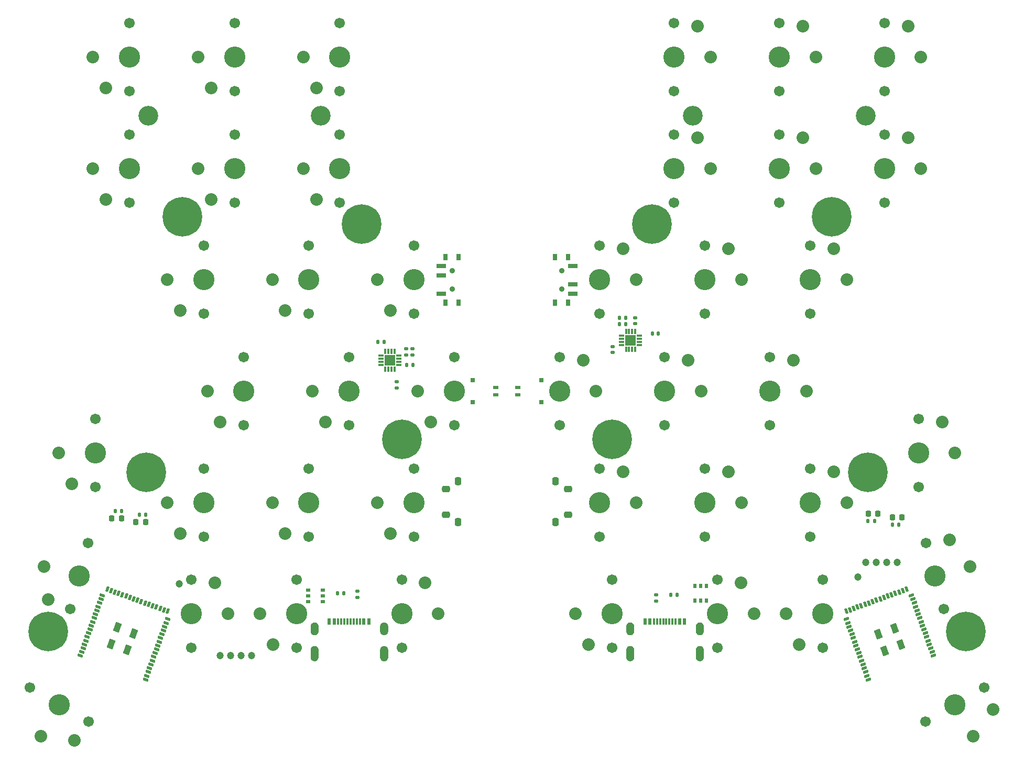
<source format=gts>
G04 #@! TF.GenerationSoftware,KiCad,Pcbnew,(6.0.4-0)*
G04 #@! TF.CreationDate,2023-01-29T19:06:18-06:00*
G04 #@! TF.ProjectId,main,6d61696e-2e6b-4696-9361-645f70636258,0.2*
G04 #@! TF.SameCoordinates,Original*
G04 #@! TF.FileFunction,Soldermask,Top*
G04 #@! TF.FilePolarity,Negative*
%FSLAX46Y46*%
G04 Gerber Fmt 4.6, Leading zero omitted, Abs format (unit mm)*
G04 Created by KiCad (PCBNEW (6.0.4-0)) date 2023-01-29 19:06:18*
%MOMM*%
%LPD*%
G01*
G04 APERTURE LIST*
G04 Aperture macros list*
%AMRoundRect*
0 Rectangle with rounded corners*
0 $1 Rounding radius*
0 $2 $3 $4 $5 $6 $7 $8 $9 X,Y pos of 4 corners*
0 Add a 4 corners polygon primitive as box body*
4,1,4,$2,$3,$4,$5,$6,$7,$8,$9,$2,$3,0*
0 Add four circle primitives for the rounded corners*
1,1,$1+$1,$2,$3*
1,1,$1+$1,$4,$5*
1,1,$1+$1,$6,$7*
1,1,$1+$1,$8,$9*
0 Add four rect primitives between the rounded corners*
20,1,$1+$1,$2,$3,$4,$5,0*
20,1,$1+$1,$4,$5,$6,$7,0*
20,1,$1+$1,$6,$7,$8,$9,0*
20,1,$1+$1,$8,$9,$2,$3,0*%
%AMRotRect*
0 Rectangle, with rotation*
0 The origin of the aperture is its center*
0 $1 length*
0 $2 width*
0 $3 Rotation angle, in degrees counterclockwise*
0 Add horizontal line*
21,1,$1,$2,0,0,$3*%
G04 Aperture macros list end*
%ADD10C,0.010000*%
%ADD11C,1.200000*%
%ADD12RoundRect,0.135000X-0.185000X0.135000X-0.185000X-0.135000X0.185000X-0.135000X0.185000X0.135000X0*%
%ADD13RoundRect,0.135000X0.135000X0.185000X-0.135000X0.185000X-0.135000X-0.185000X0.135000X-0.185000X0*%
%ADD14RoundRect,0.007800X-0.422200X-0.122200X0.422200X-0.122200X0.422200X0.122200X-0.422200X0.122200X0*%
%ADD15RoundRect,0.007800X0.122200X-0.422200X0.122200X0.422200X-0.122200X0.422200X-0.122200X-0.422200X0*%
%ADD16R,1.680000X1.680000*%
%ADD17C,0.900000*%
%ADD18R,1.500000X0.700000*%
%ADD19R,0.800000X1.000000*%
%ADD20R,0.600000X1.100000*%
%ADD21R,0.300000X1.100000*%
%ADD22RoundRect,0.218750X0.218750X0.256250X-0.218750X0.256250X-0.218750X-0.256250X0.218750X-0.256250X0*%
%ADD23RoundRect,0.140000X-0.170000X0.140000X-0.170000X-0.140000X0.170000X-0.140000X0.170000X0.140000X0*%
%ADD24R,0.800000X0.550000*%
%ADD25RoundRect,0.135000X-0.135000X-0.185000X0.135000X-0.185000X0.135000X0.185000X-0.135000X0.185000X0*%
%ADD26RoundRect,0.140000X0.140000X0.170000X-0.140000X0.170000X-0.140000X-0.170000X0.140000X-0.170000X0*%
%ADD27RoundRect,0.218750X-0.218750X-0.256250X0.218750X-0.256250X0.218750X0.256250X-0.218750X0.256250X0*%
%ADD28C,3.200000*%
%ADD29RoundRect,0.250000X-0.400000X0.250000X-0.400000X-0.250000X0.400000X-0.250000X0.400000X0.250000X0*%
%ADD30RoundRect,0.250000X-0.250000X0.400000X-0.250000X-0.400000X0.250000X-0.400000X0.250000X0.400000X0*%
%ADD31R,0.850000X0.600000*%
%ADD32R,0.800000X0.700000*%
%ADD33RoundRect,0.140000X0.170000X-0.140000X0.170000X0.140000X-0.170000X0.140000X-0.170000X-0.140000X0*%
%ADD34RoundRect,0.007800X-0.122200X0.422200X-0.122200X-0.422200X0.122200X-0.422200X0.122200X0.422200X0*%
%ADD35RoundRect,0.250000X0.400000X-0.250000X0.400000X0.250000X-0.400000X0.250000X-0.400000X-0.250000X0*%
%ADD36RoundRect,0.250000X0.250000X-0.400000X0.250000X0.400000X-0.250000X0.400000X-0.250000X-0.400000X0*%
%ADD37RoundRect,0.135000X0.185000X-0.135000X0.185000X0.135000X-0.185000X0.135000X-0.185000X-0.135000X0*%
%ADD38R,0.550000X0.800000*%
%ADD39C,6.400000*%
%ADD40C,0.800000*%
%ADD41RotRect,1.000000X1.500000X200.000000*%
%ADD42RoundRect,0.112500X0.278669X0.221147X-0.355624X-0.009716X-0.278669X-0.221147X0.355624X0.009716X0*%
%ADD43RoundRect,0.112500X-0.221147X0.278669X0.009716X-0.355624X0.221147X-0.278669X-0.009716X0.355624X0*%
%ADD44RoundRect,0.112500X0.355624X-0.009716X-0.278669X0.221147X-0.355624X0.009716X0.278669X-0.221147X0*%
%ADD45RoundRect,0.112500X0.009716X0.355624X-0.221147X-0.278669X-0.009716X-0.355624X0.221147X0.278669X0*%
%ADD46RotRect,1.000000X1.500000X160.000000*%
%ADD47C,1.701800*%
%ADD48C,3.429000*%
%ADD49C,2.032000*%
G04 APERTURE END LIST*
G36*
X189605500Y-141065500D02*
G01*
X189667500Y-141075500D01*
X189727500Y-141091500D01*
X189786500Y-141114500D01*
X189842500Y-141142500D01*
X189895500Y-141177500D01*
X189943500Y-141216500D01*
X189988500Y-141261500D01*
X190027500Y-141309500D01*
X190062500Y-141362500D01*
X190090500Y-141418500D01*
X190113500Y-141477500D01*
X190129500Y-141537500D01*
X190139500Y-141599500D01*
X190142500Y-141662500D01*
X190142500Y-142462500D01*
X190139500Y-142525500D01*
X190129500Y-142587500D01*
X190113500Y-142647500D01*
X190090500Y-142706500D01*
X190062500Y-142762500D01*
X190027500Y-142815500D01*
X189988500Y-142863500D01*
X189943500Y-142908500D01*
X189895500Y-142947500D01*
X189842500Y-142982500D01*
X189786500Y-143010500D01*
X189727500Y-143033500D01*
X189667500Y-143049500D01*
X189605500Y-143059500D01*
X189542500Y-143062500D01*
X189479500Y-143059500D01*
X189417500Y-143049500D01*
X189357500Y-143033500D01*
X189298500Y-143010500D01*
X189242500Y-142982500D01*
X189189500Y-142947500D01*
X189141500Y-142908500D01*
X189096500Y-142863500D01*
X189057500Y-142815500D01*
X189022500Y-142762500D01*
X188994500Y-142706500D01*
X188971500Y-142647500D01*
X188955500Y-142587500D01*
X188945500Y-142525500D01*
X188942500Y-142462500D01*
X188942500Y-141662500D01*
X188945500Y-141599500D01*
X188955500Y-141537500D01*
X188971500Y-141477500D01*
X188994500Y-141418500D01*
X189022500Y-141362500D01*
X189057500Y-141309500D01*
X189096500Y-141261500D01*
X189141500Y-141216500D01*
X189189500Y-141177500D01*
X189242500Y-141142500D01*
X189298500Y-141114500D01*
X189357500Y-141091500D01*
X189417500Y-141075500D01*
X189479500Y-141065500D01*
X189542500Y-141062500D01*
X189605500Y-141065500D01*
G37*
D10*
X189605500Y-141065500D02*
X189667500Y-141075500D01*
X189727500Y-141091500D01*
X189786500Y-141114500D01*
X189842500Y-141142500D01*
X189895500Y-141177500D01*
X189943500Y-141216500D01*
X189988500Y-141261500D01*
X190027500Y-141309500D01*
X190062500Y-141362500D01*
X190090500Y-141418500D01*
X190113500Y-141477500D01*
X190129500Y-141537500D01*
X190139500Y-141599500D01*
X190142500Y-141662500D01*
X190142500Y-142462500D01*
X190139500Y-142525500D01*
X190129500Y-142587500D01*
X190113500Y-142647500D01*
X190090500Y-142706500D01*
X190062500Y-142762500D01*
X190027500Y-142815500D01*
X189988500Y-142863500D01*
X189943500Y-142908500D01*
X189895500Y-142947500D01*
X189842500Y-142982500D01*
X189786500Y-143010500D01*
X189727500Y-143033500D01*
X189667500Y-143049500D01*
X189605500Y-143059500D01*
X189542500Y-143062500D01*
X189479500Y-143059500D01*
X189417500Y-143049500D01*
X189357500Y-143033500D01*
X189298500Y-143010500D01*
X189242500Y-142982500D01*
X189189500Y-142947500D01*
X189141500Y-142908500D01*
X189096500Y-142863500D01*
X189057500Y-142815500D01*
X189022500Y-142762500D01*
X188994500Y-142706500D01*
X188971500Y-142647500D01*
X188955500Y-142587500D01*
X188945500Y-142525500D01*
X188942500Y-142462500D01*
X188942500Y-141662500D01*
X188945500Y-141599500D01*
X188955500Y-141537500D01*
X188971500Y-141477500D01*
X188994500Y-141418500D01*
X189022500Y-141362500D01*
X189057500Y-141309500D01*
X189096500Y-141261500D01*
X189141500Y-141216500D01*
X189189500Y-141177500D01*
X189242500Y-141142500D01*
X189298500Y-141114500D01*
X189357500Y-141091500D01*
X189417500Y-141075500D01*
X189479500Y-141065500D01*
X189542500Y-141062500D01*
X189605500Y-141065500D01*
G36*
X200845500Y-144865500D02*
G01*
X200907500Y-144875500D01*
X200967500Y-144891500D01*
X201026500Y-144914500D01*
X201082500Y-144942500D01*
X201135500Y-144977500D01*
X201183500Y-145016500D01*
X201228500Y-145061500D01*
X201267500Y-145109500D01*
X201302500Y-145162500D01*
X201330500Y-145218500D01*
X201353500Y-145277500D01*
X201369500Y-145337500D01*
X201379500Y-145399500D01*
X201382500Y-145462500D01*
X201382500Y-146662500D01*
X201379500Y-146725500D01*
X201369500Y-146787500D01*
X201353500Y-146847500D01*
X201330500Y-146906500D01*
X201302500Y-146962500D01*
X201267500Y-147015500D01*
X201228500Y-147063500D01*
X201183500Y-147108500D01*
X201135500Y-147147500D01*
X201082500Y-147182500D01*
X201026500Y-147210500D01*
X200967500Y-147233500D01*
X200907500Y-147249500D01*
X200845500Y-147259500D01*
X200782500Y-147262500D01*
X200719500Y-147259500D01*
X200657500Y-147249500D01*
X200597500Y-147233500D01*
X200538500Y-147210500D01*
X200482500Y-147182500D01*
X200429500Y-147147500D01*
X200381500Y-147108500D01*
X200336500Y-147063500D01*
X200297500Y-147015500D01*
X200262500Y-146962500D01*
X200234500Y-146906500D01*
X200211500Y-146847500D01*
X200195500Y-146787500D01*
X200185500Y-146725500D01*
X200182500Y-146662500D01*
X200182500Y-145462500D01*
X200185500Y-145399500D01*
X200195500Y-145337500D01*
X200211500Y-145277500D01*
X200234500Y-145218500D01*
X200262500Y-145162500D01*
X200297500Y-145109500D01*
X200336500Y-145061500D01*
X200381500Y-145016500D01*
X200429500Y-144977500D01*
X200482500Y-144942500D01*
X200538500Y-144914500D01*
X200597500Y-144891500D01*
X200657500Y-144875500D01*
X200719500Y-144865500D01*
X200782500Y-144862500D01*
X200845500Y-144865500D01*
G37*
X200845500Y-144865500D02*
X200907500Y-144875500D01*
X200967500Y-144891500D01*
X201026500Y-144914500D01*
X201082500Y-144942500D01*
X201135500Y-144977500D01*
X201183500Y-145016500D01*
X201228500Y-145061500D01*
X201267500Y-145109500D01*
X201302500Y-145162500D01*
X201330500Y-145218500D01*
X201353500Y-145277500D01*
X201369500Y-145337500D01*
X201379500Y-145399500D01*
X201382500Y-145462500D01*
X201382500Y-146662500D01*
X201379500Y-146725500D01*
X201369500Y-146787500D01*
X201353500Y-146847500D01*
X201330500Y-146906500D01*
X201302500Y-146962500D01*
X201267500Y-147015500D01*
X201228500Y-147063500D01*
X201183500Y-147108500D01*
X201135500Y-147147500D01*
X201082500Y-147182500D01*
X201026500Y-147210500D01*
X200967500Y-147233500D01*
X200907500Y-147249500D01*
X200845500Y-147259500D01*
X200782500Y-147262500D01*
X200719500Y-147259500D01*
X200657500Y-147249500D01*
X200597500Y-147233500D01*
X200538500Y-147210500D01*
X200482500Y-147182500D01*
X200429500Y-147147500D01*
X200381500Y-147108500D01*
X200336500Y-147063500D01*
X200297500Y-147015500D01*
X200262500Y-146962500D01*
X200234500Y-146906500D01*
X200211500Y-146847500D01*
X200195500Y-146787500D01*
X200185500Y-146725500D01*
X200182500Y-146662500D01*
X200182500Y-145462500D01*
X200185500Y-145399500D01*
X200195500Y-145337500D01*
X200211500Y-145277500D01*
X200234500Y-145218500D01*
X200262500Y-145162500D01*
X200297500Y-145109500D01*
X200336500Y-145061500D01*
X200381500Y-145016500D01*
X200429500Y-144977500D01*
X200482500Y-144942500D01*
X200538500Y-144914500D01*
X200597500Y-144891500D01*
X200657500Y-144875500D01*
X200719500Y-144865500D01*
X200782500Y-144862500D01*
X200845500Y-144865500D01*
G36*
X189605500Y-144865500D02*
G01*
X189667500Y-144875500D01*
X189727500Y-144891500D01*
X189786500Y-144914500D01*
X189842500Y-144942500D01*
X189895500Y-144977500D01*
X189943500Y-145016500D01*
X189988500Y-145061500D01*
X190027500Y-145109500D01*
X190062500Y-145162500D01*
X190090500Y-145218500D01*
X190113500Y-145277500D01*
X190129500Y-145337500D01*
X190139500Y-145399500D01*
X190142500Y-145462500D01*
X190142500Y-146662500D01*
X190139500Y-146725500D01*
X190129500Y-146787500D01*
X190113500Y-146847500D01*
X190090500Y-146906500D01*
X190062500Y-146962500D01*
X190027500Y-147015500D01*
X189988500Y-147063500D01*
X189943500Y-147108500D01*
X189895500Y-147147500D01*
X189842500Y-147182500D01*
X189786500Y-147210500D01*
X189727500Y-147233500D01*
X189667500Y-147249500D01*
X189605500Y-147259500D01*
X189542500Y-147262500D01*
X189479500Y-147259500D01*
X189417500Y-147249500D01*
X189357500Y-147233500D01*
X189298500Y-147210500D01*
X189242500Y-147182500D01*
X189189500Y-147147500D01*
X189141500Y-147108500D01*
X189096500Y-147063500D01*
X189057500Y-147015500D01*
X189022500Y-146962500D01*
X188994500Y-146906500D01*
X188971500Y-146847500D01*
X188955500Y-146787500D01*
X188945500Y-146725500D01*
X188942500Y-146662500D01*
X188942500Y-145462500D01*
X188945500Y-145399500D01*
X188955500Y-145337500D01*
X188971500Y-145277500D01*
X188994500Y-145218500D01*
X189022500Y-145162500D01*
X189057500Y-145109500D01*
X189096500Y-145061500D01*
X189141500Y-145016500D01*
X189189500Y-144977500D01*
X189242500Y-144942500D01*
X189298500Y-144914500D01*
X189357500Y-144891500D01*
X189417500Y-144875500D01*
X189479500Y-144865500D01*
X189542500Y-144862500D01*
X189605500Y-144865500D01*
G37*
X189605500Y-144865500D02*
X189667500Y-144875500D01*
X189727500Y-144891500D01*
X189786500Y-144914500D01*
X189842500Y-144942500D01*
X189895500Y-144977500D01*
X189943500Y-145016500D01*
X189988500Y-145061500D01*
X190027500Y-145109500D01*
X190062500Y-145162500D01*
X190090500Y-145218500D01*
X190113500Y-145277500D01*
X190129500Y-145337500D01*
X190139500Y-145399500D01*
X190142500Y-145462500D01*
X190142500Y-146662500D01*
X190139500Y-146725500D01*
X190129500Y-146787500D01*
X190113500Y-146847500D01*
X190090500Y-146906500D01*
X190062500Y-146962500D01*
X190027500Y-147015500D01*
X189988500Y-147063500D01*
X189943500Y-147108500D01*
X189895500Y-147147500D01*
X189842500Y-147182500D01*
X189786500Y-147210500D01*
X189727500Y-147233500D01*
X189667500Y-147249500D01*
X189605500Y-147259500D01*
X189542500Y-147262500D01*
X189479500Y-147259500D01*
X189417500Y-147249500D01*
X189357500Y-147233500D01*
X189298500Y-147210500D01*
X189242500Y-147182500D01*
X189189500Y-147147500D01*
X189141500Y-147108500D01*
X189096500Y-147063500D01*
X189057500Y-147015500D01*
X189022500Y-146962500D01*
X188994500Y-146906500D01*
X188971500Y-146847500D01*
X188955500Y-146787500D01*
X188945500Y-146725500D01*
X188942500Y-146662500D01*
X188942500Y-145462500D01*
X188945500Y-145399500D01*
X188955500Y-145337500D01*
X188971500Y-145277500D01*
X188994500Y-145218500D01*
X189022500Y-145162500D01*
X189057500Y-145109500D01*
X189096500Y-145061500D01*
X189141500Y-145016500D01*
X189189500Y-144977500D01*
X189242500Y-144942500D01*
X189298500Y-144914500D01*
X189357500Y-144891500D01*
X189417500Y-144875500D01*
X189479500Y-144865500D01*
X189542500Y-144862500D01*
X189605500Y-144865500D01*
G36*
X200845500Y-141065500D02*
G01*
X200907500Y-141075500D01*
X200967500Y-141091500D01*
X201026500Y-141114500D01*
X201082500Y-141142500D01*
X201135500Y-141177500D01*
X201183500Y-141216500D01*
X201228500Y-141261500D01*
X201267500Y-141309500D01*
X201302500Y-141362500D01*
X201330500Y-141418500D01*
X201353500Y-141477500D01*
X201369500Y-141537500D01*
X201379500Y-141599500D01*
X201382500Y-141662500D01*
X201382500Y-142462500D01*
X201379500Y-142525500D01*
X201369500Y-142587500D01*
X201353500Y-142647500D01*
X201330500Y-142706500D01*
X201302500Y-142762500D01*
X201267500Y-142815500D01*
X201228500Y-142863500D01*
X201183500Y-142908500D01*
X201135500Y-142947500D01*
X201082500Y-142982500D01*
X201026500Y-143010500D01*
X200967500Y-143033500D01*
X200907500Y-143049500D01*
X200845500Y-143059500D01*
X200782500Y-143062500D01*
X200719500Y-143059500D01*
X200657500Y-143049500D01*
X200597500Y-143033500D01*
X200538500Y-143010500D01*
X200482500Y-142982500D01*
X200429500Y-142947500D01*
X200381500Y-142908500D01*
X200336500Y-142863500D01*
X200297500Y-142815500D01*
X200262500Y-142762500D01*
X200234500Y-142706500D01*
X200211500Y-142647500D01*
X200195500Y-142587500D01*
X200185500Y-142525500D01*
X200182500Y-142462500D01*
X200182500Y-141662500D01*
X200185500Y-141599500D01*
X200195500Y-141537500D01*
X200211500Y-141477500D01*
X200234500Y-141418500D01*
X200262500Y-141362500D01*
X200297500Y-141309500D01*
X200336500Y-141261500D01*
X200381500Y-141216500D01*
X200429500Y-141177500D01*
X200482500Y-141142500D01*
X200538500Y-141114500D01*
X200597500Y-141091500D01*
X200657500Y-141075500D01*
X200719500Y-141065500D01*
X200782500Y-141062500D01*
X200845500Y-141065500D01*
G37*
X200845500Y-141065500D02*
X200907500Y-141075500D01*
X200967500Y-141091500D01*
X201026500Y-141114500D01*
X201082500Y-141142500D01*
X201135500Y-141177500D01*
X201183500Y-141216500D01*
X201228500Y-141261500D01*
X201267500Y-141309500D01*
X201302500Y-141362500D01*
X201330500Y-141418500D01*
X201353500Y-141477500D01*
X201369500Y-141537500D01*
X201379500Y-141599500D01*
X201382500Y-141662500D01*
X201382500Y-142462500D01*
X201379500Y-142525500D01*
X201369500Y-142587500D01*
X201353500Y-142647500D01*
X201330500Y-142706500D01*
X201302500Y-142762500D01*
X201267500Y-142815500D01*
X201228500Y-142863500D01*
X201183500Y-142908500D01*
X201135500Y-142947500D01*
X201082500Y-142982500D01*
X201026500Y-143010500D01*
X200967500Y-143033500D01*
X200907500Y-143049500D01*
X200845500Y-143059500D01*
X200782500Y-143062500D01*
X200719500Y-143059500D01*
X200657500Y-143049500D01*
X200597500Y-143033500D01*
X200538500Y-143010500D01*
X200482500Y-142982500D01*
X200429500Y-142947500D01*
X200381500Y-142908500D01*
X200336500Y-142863500D01*
X200297500Y-142815500D01*
X200262500Y-142762500D01*
X200234500Y-142706500D01*
X200211500Y-142647500D01*
X200195500Y-142587500D01*
X200185500Y-142525500D01*
X200182500Y-142462500D01*
X200182500Y-141662500D01*
X200185500Y-141599500D01*
X200195500Y-141537500D01*
X200211500Y-141477500D01*
X200234500Y-141418500D01*
X200262500Y-141362500D01*
X200297500Y-141309500D01*
X200336500Y-141261500D01*
X200381500Y-141216500D01*
X200429500Y-141177500D01*
X200482500Y-141142500D01*
X200538500Y-141114500D01*
X200597500Y-141091500D01*
X200657500Y-141075500D01*
X200719500Y-141065500D01*
X200782500Y-141062500D01*
X200845500Y-141065500D01*
G36*
X149845500Y-144865500D02*
G01*
X149907500Y-144875500D01*
X149967500Y-144891500D01*
X150026500Y-144914500D01*
X150082500Y-144942500D01*
X150135500Y-144977500D01*
X150183500Y-145016500D01*
X150228500Y-145061500D01*
X150267500Y-145109500D01*
X150302500Y-145162500D01*
X150330500Y-145218500D01*
X150353500Y-145277500D01*
X150369500Y-145337500D01*
X150379500Y-145399500D01*
X150382500Y-145462500D01*
X150382500Y-146662500D01*
X150379500Y-146725500D01*
X150369500Y-146787500D01*
X150353500Y-146847500D01*
X150330500Y-146906500D01*
X150302500Y-146962500D01*
X150267500Y-147015500D01*
X150228500Y-147063500D01*
X150183500Y-147108500D01*
X150135500Y-147147500D01*
X150082500Y-147182500D01*
X150026500Y-147210500D01*
X149967500Y-147233500D01*
X149907500Y-147249500D01*
X149845500Y-147259500D01*
X149782500Y-147262500D01*
X149719500Y-147259500D01*
X149657500Y-147249500D01*
X149597500Y-147233500D01*
X149538500Y-147210500D01*
X149482500Y-147182500D01*
X149429500Y-147147500D01*
X149381500Y-147108500D01*
X149336500Y-147063500D01*
X149297500Y-147015500D01*
X149262500Y-146962500D01*
X149234500Y-146906500D01*
X149211500Y-146847500D01*
X149195500Y-146787500D01*
X149185500Y-146725500D01*
X149182500Y-146662500D01*
X149182500Y-145462500D01*
X149185500Y-145399500D01*
X149195500Y-145337500D01*
X149211500Y-145277500D01*
X149234500Y-145218500D01*
X149262500Y-145162500D01*
X149297500Y-145109500D01*
X149336500Y-145061500D01*
X149381500Y-145016500D01*
X149429500Y-144977500D01*
X149482500Y-144942500D01*
X149538500Y-144914500D01*
X149597500Y-144891500D01*
X149657500Y-144875500D01*
X149719500Y-144865500D01*
X149782500Y-144862500D01*
X149845500Y-144865500D01*
G37*
X149845500Y-144865500D02*
X149907500Y-144875500D01*
X149967500Y-144891500D01*
X150026500Y-144914500D01*
X150082500Y-144942500D01*
X150135500Y-144977500D01*
X150183500Y-145016500D01*
X150228500Y-145061500D01*
X150267500Y-145109500D01*
X150302500Y-145162500D01*
X150330500Y-145218500D01*
X150353500Y-145277500D01*
X150369500Y-145337500D01*
X150379500Y-145399500D01*
X150382500Y-145462500D01*
X150382500Y-146662500D01*
X150379500Y-146725500D01*
X150369500Y-146787500D01*
X150353500Y-146847500D01*
X150330500Y-146906500D01*
X150302500Y-146962500D01*
X150267500Y-147015500D01*
X150228500Y-147063500D01*
X150183500Y-147108500D01*
X150135500Y-147147500D01*
X150082500Y-147182500D01*
X150026500Y-147210500D01*
X149967500Y-147233500D01*
X149907500Y-147249500D01*
X149845500Y-147259500D01*
X149782500Y-147262500D01*
X149719500Y-147259500D01*
X149657500Y-147249500D01*
X149597500Y-147233500D01*
X149538500Y-147210500D01*
X149482500Y-147182500D01*
X149429500Y-147147500D01*
X149381500Y-147108500D01*
X149336500Y-147063500D01*
X149297500Y-147015500D01*
X149262500Y-146962500D01*
X149234500Y-146906500D01*
X149211500Y-146847500D01*
X149195500Y-146787500D01*
X149185500Y-146725500D01*
X149182500Y-146662500D01*
X149182500Y-145462500D01*
X149185500Y-145399500D01*
X149195500Y-145337500D01*
X149211500Y-145277500D01*
X149234500Y-145218500D01*
X149262500Y-145162500D01*
X149297500Y-145109500D01*
X149336500Y-145061500D01*
X149381500Y-145016500D01*
X149429500Y-144977500D01*
X149482500Y-144942500D01*
X149538500Y-144914500D01*
X149597500Y-144891500D01*
X149657500Y-144875500D01*
X149719500Y-144865500D01*
X149782500Y-144862500D01*
X149845500Y-144865500D01*
G36*
X138605500Y-144865500D02*
G01*
X138667500Y-144875500D01*
X138727500Y-144891500D01*
X138786500Y-144914500D01*
X138842500Y-144942500D01*
X138895500Y-144977500D01*
X138943500Y-145016500D01*
X138988500Y-145061500D01*
X139027500Y-145109500D01*
X139062500Y-145162500D01*
X139090500Y-145218500D01*
X139113500Y-145277500D01*
X139129500Y-145337500D01*
X139139500Y-145399500D01*
X139142500Y-145462500D01*
X139142500Y-146662500D01*
X139139500Y-146725500D01*
X139129500Y-146787500D01*
X139113500Y-146847500D01*
X139090500Y-146906500D01*
X139062500Y-146962500D01*
X139027500Y-147015500D01*
X138988500Y-147063500D01*
X138943500Y-147108500D01*
X138895500Y-147147500D01*
X138842500Y-147182500D01*
X138786500Y-147210500D01*
X138727500Y-147233500D01*
X138667500Y-147249500D01*
X138605500Y-147259500D01*
X138542500Y-147262500D01*
X138479500Y-147259500D01*
X138417500Y-147249500D01*
X138357500Y-147233500D01*
X138298500Y-147210500D01*
X138242500Y-147182500D01*
X138189500Y-147147500D01*
X138141500Y-147108500D01*
X138096500Y-147063500D01*
X138057500Y-147015500D01*
X138022500Y-146962500D01*
X137994500Y-146906500D01*
X137971500Y-146847500D01*
X137955500Y-146787500D01*
X137945500Y-146725500D01*
X137942500Y-146662500D01*
X137942500Y-145462500D01*
X137945500Y-145399500D01*
X137955500Y-145337500D01*
X137971500Y-145277500D01*
X137994500Y-145218500D01*
X138022500Y-145162500D01*
X138057500Y-145109500D01*
X138096500Y-145061500D01*
X138141500Y-145016500D01*
X138189500Y-144977500D01*
X138242500Y-144942500D01*
X138298500Y-144914500D01*
X138357500Y-144891500D01*
X138417500Y-144875500D01*
X138479500Y-144865500D01*
X138542500Y-144862500D01*
X138605500Y-144865500D01*
G37*
X138605500Y-144865500D02*
X138667500Y-144875500D01*
X138727500Y-144891500D01*
X138786500Y-144914500D01*
X138842500Y-144942500D01*
X138895500Y-144977500D01*
X138943500Y-145016500D01*
X138988500Y-145061500D01*
X139027500Y-145109500D01*
X139062500Y-145162500D01*
X139090500Y-145218500D01*
X139113500Y-145277500D01*
X139129500Y-145337500D01*
X139139500Y-145399500D01*
X139142500Y-145462500D01*
X139142500Y-146662500D01*
X139139500Y-146725500D01*
X139129500Y-146787500D01*
X139113500Y-146847500D01*
X139090500Y-146906500D01*
X139062500Y-146962500D01*
X139027500Y-147015500D01*
X138988500Y-147063500D01*
X138943500Y-147108500D01*
X138895500Y-147147500D01*
X138842500Y-147182500D01*
X138786500Y-147210500D01*
X138727500Y-147233500D01*
X138667500Y-147249500D01*
X138605500Y-147259500D01*
X138542500Y-147262500D01*
X138479500Y-147259500D01*
X138417500Y-147249500D01*
X138357500Y-147233500D01*
X138298500Y-147210500D01*
X138242500Y-147182500D01*
X138189500Y-147147500D01*
X138141500Y-147108500D01*
X138096500Y-147063500D01*
X138057500Y-147015500D01*
X138022500Y-146962500D01*
X137994500Y-146906500D01*
X137971500Y-146847500D01*
X137955500Y-146787500D01*
X137945500Y-146725500D01*
X137942500Y-146662500D01*
X137942500Y-145462500D01*
X137945500Y-145399500D01*
X137955500Y-145337500D01*
X137971500Y-145277500D01*
X137994500Y-145218500D01*
X138022500Y-145162500D01*
X138057500Y-145109500D01*
X138096500Y-145061500D01*
X138141500Y-145016500D01*
X138189500Y-144977500D01*
X138242500Y-144942500D01*
X138298500Y-144914500D01*
X138357500Y-144891500D01*
X138417500Y-144875500D01*
X138479500Y-144865500D01*
X138542500Y-144862500D01*
X138605500Y-144865500D01*
G36*
X138605500Y-141065500D02*
G01*
X138667500Y-141075500D01*
X138727500Y-141091500D01*
X138786500Y-141114500D01*
X138842500Y-141142500D01*
X138895500Y-141177500D01*
X138943500Y-141216500D01*
X138988500Y-141261500D01*
X139027500Y-141309500D01*
X139062500Y-141362500D01*
X139090500Y-141418500D01*
X139113500Y-141477500D01*
X139129500Y-141537500D01*
X139139500Y-141599500D01*
X139142500Y-141662500D01*
X139142500Y-142462500D01*
X139139500Y-142525500D01*
X139129500Y-142587500D01*
X139113500Y-142647500D01*
X139090500Y-142706500D01*
X139062500Y-142762500D01*
X139027500Y-142815500D01*
X138988500Y-142863500D01*
X138943500Y-142908500D01*
X138895500Y-142947500D01*
X138842500Y-142982500D01*
X138786500Y-143010500D01*
X138727500Y-143033500D01*
X138667500Y-143049500D01*
X138605500Y-143059500D01*
X138542500Y-143062500D01*
X138479500Y-143059500D01*
X138417500Y-143049500D01*
X138357500Y-143033500D01*
X138298500Y-143010500D01*
X138242500Y-142982500D01*
X138189500Y-142947500D01*
X138141500Y-142908500D01*
X138096500Y-142863500D01*
X138057500Y-142815500D01*
X138022500Y-142762500D01*
X137994500Y-142706500D01*
X137971500Y-142647500D01*
X137955500Y-142587500D01*
X137945500Y-142525500D01*
X137942500Y-142462500D01*
X137942500Y-141662500D01*
X137945500Y-141599500D01*
X137955500Y-141537500D01*
X137971500Y-141477500D01*
X137994500Y-141418500D01*
X138022500Y-141362500D01*
X138057500Y-141309500D01*
X138096500Y-141261500D01*
X138141500Y-141216500D01*
X138189500Y-141177500D01*
X138242500Y-141142500D01*
X138298500Y-141114500D01*
X138357500Y-141091500D01*
X138417500Y-141075500D01*
X138479500Y-141065500D01*
X138542500Y-141062500D01*
X138605500Y-141065500D01*
G37*
X138605500Y-141065500D02*
X138667500Y-141075500D01*
X138727500Y-141091500D01*
X138786500Y-141114500D01*
X138842500Y-141142500D01*
X138895500Y-141177500D01*
X138943500Y-141216500D01*
X138988500Y-141261500D01*
X139027500Y-141309500D01*
X139062500Y-141362500D01*
X139090500Y-141418500D01*
X139113500Y-141477500D01*
X139129500Y-141537500D01*
X139139500Y-141599500D01*
X139142500Y-141662500D01*
X139142500Y-142462500D01*
X139139500Y-142525500D01*
X139129500Y-142587500D01*
X139113500Y-142647500D01*
X139090500Y-142706500D01*
X139062500Y-142762500D01*
X139027500Y-142815500D01*
X138988500Y-142863500D01*
X138943500Y-142908500D01*
X138895500Y-142947500D01*
X138842500Y-142982500D01*
X138786500Y-143010500D01*
X138727500Y-143033500D01*
X138667500Y-143049500D01*
X138605500Y-143059500D01*
X138542500Y-143062500D01*
X138479500Y-143059500D01*
X138417500Y-143049500D01*
X138357500Y-143033500D01*
X138298500Y-143010500D01*
X138242500Y-142982500D01*
X138189500Y-142947500D01*
X138141500Y-142908500D01*
X138096500Y-142863500D01*
X138057500Y-142815500D01*
X138022500Y-142762500D01*
X137994500Y-142706500D01*
X137971500Y-142647500D01*
X137955500Y-142587500D01*
X137945500Y-142525500D01*
X137942500Y-142462500D01*
X137942500Y-141662500D01*
X137945500Y-141599500D01*
X137955500Y-141537500D01*
X137971500Y-141477500D01*
X137994500Y-141418500D01*
X138022500Y-141362500D01*
X138057500Y-141309500D01*
X138096500Y-141261500D01*
X138141500Y-141216500D01*
X138189500Y-141177500D01*
X138242500Y-141142500D01*
X138298500Y-141114500D01*
X138357500Y-141091500D01*
X138417500Y-141075500D01*
X138479500Y-141065500D01*
X138542500Y-141062500D01*
X138605500Y-141065500D01*
G36*
X149845500Y-141065500D02*
G01*
X149907500Y-141075500D01*
X149967500Y-141091500D01*
X150026500Y-141114500D01*
X150082500Y-141142500D01*
X150135500Y-141177500D01*
X150183500Y-141216500D01*
X150228500Y-141261500D01*
X150267500Y-141309500D01*
X150302500Y-141362500D01*
X150330500Y-141418500D01*
X150353500Y-141477500D01*
X150369500Y-141537500D01*
X150379500Y-141599500D01*
X150382500Y-141662500D01*
X150382500Y-142462500D01*
X150379500Y-142525500D01*
X150369500Y-142587500D01*
X150353500Y-142647500D01*
X150330500Y-142706500D01*
X150302500Y-142762500D01*
X150267500Y-142815500D01*
X150228500Y-142863500D01*
X150183500Y-142908500D01*
X150135500Y-142947500D01*
X150082500Y-142982500D01*
X150026500Y-143010500D01*
X149967500Y-143033500D01*
X149907500Y-143049500D01*
X149845500Y-143059500D01*
X149782500Y-143062500D01*
X149719500Y-143059500D01*
X149657500Y-143049500D01*
X149597500Y-143033500D01*
X149538500Y-143010500D01*
X149482500Y-142982500D01*
X149429500Y-142947500D01*
X149381500Y-142908500D01*
X149336500Y-142863500D01*
X149297500Y-142815500D01*
X149262500Y-142762500D01*
X149234500Y-142706500D01*
X149211500Y-142647500D01*
X149195500Y-142587500D01*
X149185500Y-142525500D01*
X149182500Y-142462500D01*
X149182500Y-141662500D01*
X149185500Y-141599500D01*
X149195500Y-141537500D01*
X149211500Y-141477500D01*
X149234500Y-141418500D01*
X149262500Y-141362500D01*
X149297500Y-141309500D01*
X149336500Y-141261500D01*
X149381500Y-141216500D01*
X149429500Y-141177500D01*
X149482500Y-141142500D01*
X149538500Y-141114500D01*
X149597500Y-141091500D01*
X149657500Y-141075500D01*
X149719500Y-141065500D01*
X149782500Y-141062500D01*
X149845500Y-141065500D01*
G37*
X149845500Y-141065500D02*
X149907500Y-141075500D01*
X149967500Y-141091500D01*
X150026500Y-141114500D01*
X150082500Y-141142500D01*
X150135500Y-141177500D01*
X150183500Y-141216500D01*
X150228500Y-141261500D01*
X150267500Y-141309500D01*
X150302500Y-141362500D01*
X150330500Y-141418500D01*
X150353500Y-141477500D01*
X150369500Y-141537500D01*
X150379500Y-141599500D01*
X150382500Y-141662500D01*
X150382500Y-142462500D01*
X150379500Y-142525500D01*
X150369500Y-142587500D01*
X150353500Y-142647500D01*
X150330500Y-142706500D01*
X150302500Y-142762500D01*
X150267500Y-142815500D01*
X150228500Y-142863500D01*
X150183500Y-142908500D01*
X150135500Y-142947500D01*
X150082500Y-142982500D01*
X150026500Y-143010500D01*
X149967500Y-143033500D01*
X149907500Y-143049500D01*
X149845500Y-143059500D01*
X149782500Y-143062500D01*
X149719500Y-143059500D01*
X149657500Y-143049500D01*
X149597500Y-143033500D01*
X149538500Y-143010500D01*
X149482500Y-142982500D01*
X149429500Y-142947500D01*
X149381500Y-142908500D01*
X149336500Y-142863500D01*
X149297500Y-142815500D01*
X149262500Y-142762500D01*
X149234500Y-142706500D01*
X149211500Y-142647500D01*
X149195500Y-142587500D01*
X149185500Y-142525500D01*
X149182500Y-142462500D01*
X149182500Y-141662500D01*
X149185500Y-141599500D01*
X149195500Y-141537500D01*
X149211500Y-141477500D01*
X149234500Y-141418500D01*
X149262500Y-141362500D01*
X149297500Y-141309500D01*
X149336500Y-141261500D01*
X149381500Y-141216500D01*
X149429500Y-141177500D01*
X149482500Y-141142500D01*
X149538500Y-141114500D01*
X149597500Y-141091500D01*
X149657500Y-141075500D01*
X149719500Y-141065500D01*
X149782500Y-141062500D01*
X149845500Y-141065500D01*
D11*
X226400000Y-133700000D03*
X116700000Y-134850000D03*
D12*
X193775000Y-136590000D03*
X193775000Y-137610000D03*
D13*
X197135000Y-136600000D03*
X196115000Y-136600000D03*
X142325000Y-136350000D03*
X143345000Y-136350000D03*
D12*
X145525000Y-135990000D03*
X145525000Y-137010000D03*
D14*
X188213402Y-94712500D03*
X188213402Y-95212500D03*
X188213402Y-95712500D03*
X188213402Y-96212500D03*
D15*
X188898402Y-96897500D03*
X189398402Y-96897500D03*
X189898402Y-96897500D03*
X190398402Y-96897500D03*
D14*
X191083402Y-96212500D03*
X191083402Y-95712500D03*
X191083402Y-95212500D03*
X191083402Y-94712500D03*
D15*
X190398402Y-94027500D03*
X189898402Y-94027500D03*
X189398402Y-94027500D03*
X188898402Y-94027500D03*
D16*
X189648402Y-95462500D03*
D11*
X232712500Y-131387500D03*
X227612500Y-131387500D03*
D17*
X178514500Y-84162500D03*
X178514500Y-87162500D03*
D18*
X180264500Y-83412500D03*
X180264500Y-86412500D03*
X180264500Y-87912500D03*
D19*
X179564500Y-82012500D03*
X177464500Y-82012500D03*
X177464500Y-89312500D03*
X179564500Y-89312500D03*
D20*
X191962500Y-140912500D03*
X192762500Y-140912500D03*
D21*
X193912500Y-140912500D03*
X194912500Y-140912500D03*
X195412500Y-140912500D03*
X196412500Y-140912500D03*
D20*
X198362500Y-140912500D03*
X197562500Y-140912500D03*
D21*
X196912500Y-140912500D03*
X195912500Y-140912500D03*
X194412500Y-140912500D03*
X193412500Y-140912500D03*
D22*
X107400000Y-124262500D03*
X105825000Y-124262500D03*
D23*
X186710902Y-96432500D03*
X186710902Y-97392500D03*
D24*
X137545187Y-135807266D03*
X137545187Y-136757266D03*
X137545187Y-137707266D03*
X139945187Y-137707266D03*
X139945187Y-136757266D03*
X139945187Y-135807266D03*
D25*
X228012500Y-124692500D03*
X229032500Y-124692500D03*
D26*
X154438750Y-99425000D03*
X153478750Y-99425000D03*
D20*
X140962500Y-140912500D03*
X141762500Y-140912500D03*
D21*
X142912500Y-140912500D03*
X143912500Y-140912500D03*
X144412500Y-140912500D03*
X145412500Y-140912500D03*
D20*
X147362500Y-140912500D03*
X146562500Y-140912500D03*
D21*
X145912500Y-140912500D03*
X144912500Y-140912500D03*
X143412500Y-140912500D03*
X142412500Y-140912500D03*
D27*
X231925000Y-124092500D03*
X233500000Y-124092500D03*
D28*
X139612500Y-59162500D03*
D29*
X179512500Y-119517500D03*
X179512500Y-123617500D03*
D30*
X177512500Y-124867500D03*
X177512500Y-118267500D03*
D31*
X171425000Y-104262500D03*
X171425000Y-103062500D03*
D32*
X175200000Y-105412500D03*
X175200000Y-101912500D03*
D33*
X151845187Y-103117266D03*
X151845187Y-102157266D03*
D11*
X123345187Y-146407266D03*
D17*
X160812500Y-84162500D03*
X160812500Y-87162500D03*
D18*
X159062500Y-87912500D03*
X159062500Y-84912500D03*
X159062500Y-83412500D03*
D19*
X159762500Y-89312500D03*
X161862500Y-89312500D03*
X161862500Y-82012500D03*
X159762500Y-82012500D03*
D25*
X231912500Y-125292500D03*
X232932500Y-125292500D03*
D13*
X107412500Y-123062500D03*
X106392500Y-123062500D03*
D34*
X151512500Y-97227500D03*
X151012500Y-97227500D03*
X150512500Y-97227500D03*
X150012500Y-97227500D03*
D14*
X149327500Y-97912500D03*
X149327500Y-98412500D03*
X149327500Y-98912500D03*
X149327500Y-99412500D03*
D34*
X150012500Y-100097500D03*
X150512500Y-100097500D03*
X151012500Y-100097500D03*
X151512500Y-100097500D03*
D14*
X152197500Y-99412500D03*
X152197500Y-98912500D03*
X152197500Y-98412500D03*
X152197500Y-97912500D03*
D16*
X150762500Y-98662500D03*
D35*
X159787500Y-123617500D03*
X159787500Y-119517500D03*
D36*
X161787500Y-118267500D03*
X161787500Y-124867500D03*
D13*
X111312500Y-123662500D03*
X110292500Y-123662500D03*
D22*
X111300000Y-124862500D03*
X109725000Y-124862500D03*
D37*
X153412500Y-97835000D03*
X153412500Y-96815000D03*
D38*
X201912500Y-135162500D03*
X200962500Y-135162500D03*
X200012500Y-135162500D03*
X200012500Y-137562500D03*
X200962500Y-137562500D03*
X201912500Y-137562500D03*
D28*
X111712500Y-59162500D03*
D13*
X188820902Y-92812500D03*
X187800902Y-92812500D03*
D39*
X111362500Y-116762500D03*
D40*
X113059556Y-115065444D03*
X111362500Y-119162500D03*
X109665444Y-118459556D03*
X109665444Y-115065444D03*
X113762500Y-116762500D03*
X111362500Y-114362500D03*
X113059556Y-118459556D03*
X108962500Y-116762500D03*
D31*
X167900000Y-103062500D03*
X167900000Y-104262500D03*
D32*
X164125000Y-101912500D03*
X164125000Y-105412500D03*
D41*
X230669168Y-145616754D03*
X229694411Y-142938630D03*
X232325550Y-141980974D03*
X233300308Y-144659098D03*
D42*
X238585041Y-146460234D03*
X238362728Y-145849434D03*
X238140415Y-145238634D03*
X237918102Y-144627834D03*
X237695789Y-144017034D03*
X237473476Y-143406233D03*
X237251163Y-142795433D03*
X237028849Y-142184633D03*
X236806536Y-141573833D03*
X236584223Y-140963032D03*
X236361910Y-140352232D03*
X236139597Y-139741432D03*
X235917284Y-139130632D03*
X235694971Y-138519832D03*
X235472658Y-137909031D03*
X235250345Y-137298231D03*
X235028032Y-136687431D03*
D43*
X234241730Y-135696608D03*
X233630930Y-135918921D03*
X233020129Y-136141235D03*
X232409330Y-136363547D03*
X231798530Y-136585860D03*
X231187729Y-136808173D03*
X230576929Y-137030487D03*
X229966129Y-137252800D03*
X229355329Y-137475113D03*
X228744529Y-137697426D03*
X228133728Y-137919739D03*
X227522928Y-138142052D03*
X226912128Y-138364365D03*
X226301328Y-138586678D03*
X225690528Y-138808991D03*
X225079727Y-139031304D03*
X224468927Y-139253617D03*
D42*
X224503474Y-140518057D03*
X224725787Y-141128857D03*
X224948100Y-141739657D03*
X225170414Y-142350457D03*
X225392727Y-142961257D03*
X225615040Y-143572058D03*
X225837353Y-144182858D03*
X226059666Y-144793658D03*
X226281979Y-145404458D03*
X226504292Y-146015259D03*
X226726605Y-146626059D03*
X226948918Y-147236859D03*
X227171232Y-147847660D03*
X227393544Y-148458459D03*
X227615858Y-149069260D03*
X227838171Y-149680060D03*
X228060484Y-150290860D03*
D11*
X231012500Y-131387500D03*
D40*
X150965444Y-109715444D03*
X150262500Y-111412500D03*
D39*
X152662500Y-111412500D03*
D40*
X150965444Y-113109556D03*
X152662500Y-113812500D03*
X155062500Y-111412500D03*
X154359556Y-109715444D03*
X154359556Y-113109556D03*
X152662500Y-109012500D03*
D44*
X100739959Y-146460234D03*
X100962272Y-145849434D03*
X101184585Y-145238634D03*
X101406898Y-144627834D03*
X101629211Y-144017034D03*
X101851524Y-143406233D03*
X102073837Y-142795433D03*
X102296151Y-142184633D03*
X102518464Y-141573833D03*
X102740777Y-140963032D03*
X102963090Y-140352232D03*
X103185403Y-139741432D03*
X103407716Y-139130632D03*
X103630029Y-138519832D03*
X103852342Y-137909031D03*
X104074655Y-137298231D03*
X104296968Y-136687431D03*
D45*
X105083270Y-135696608D03*
X105694070Y-135918921D03*
X106304870Y-136141234D03*
X106915670Y-136363547D03*
X107526470Y-136585860D03*
X108137271Y-136808173D03*
X108748071Y-137030487D03*
X109358871Y-137252800D03*
X109969671Y-137475113D03*
X110580471Y-137697426D03*
X111191272Y-137919739D03*
X111802072Y-138142052D03*
X112412872Y-138364365D03*
X113023672Y-138586678D03*
X113634471Y-138808991D03*
X114245273Y-139031304D03*
X114856073Y-139253617D03*
D44*
X114821526Y-140518057D03*
X114599213Y-141128857D03*
X114376900Y-141739657D03*
X114154586Y-142350457D03*
X113932273Y-142961257D03*
X113709960Y-143572058D03*
X113487647Y-144182858D03*
X113265334Y-144793658D03*
X113043021Y-145404458D03*
X112820708Y-146015259D03*
X112598395Y-146626059D03*
X112376082Y-147236859D03*
X112153769Y-147847659D03*
X111931456Y-148458459D03*
X111709142Y-149069260D03*
X111486829Y-149680060D03*
X111264516Y-150290860D03*
D46*
X108373924Y-145514148D03*
X109348681Y-142836024D03*
X106717542Y-141878368D03*
X105742784Y-144556492D03*
D40*
X144515444Y-74965444D03*
X147909556Y-78359556D03*
X146212500Y-74262500D03*
X143812500Y-76662500D03*
X144515444Y-78359556D03*
D39*
X146212500Y-76662500D03*
D40*
X147909556Y-74965444D03*
X148612500Y-76662500D03*
X146212500Y-79062500D03*
D37*
X154412500Y-97835000D03*
X154412500Y-96815000D03*
D11*
X125045187Y-146407266D03*
D27*
X228025000Y-123492500D03*
X229600000Y-123492500D03*
D11*
X229312500Y-131387500D03*
X126745187Y-146407266D03*
D26*
X149792500Y-95725000D03*
X148832500Y-95725000D03*
D40*
X97912500Y-142562500D03*
X95512500Y-140162500D03*
X95512500Y-144962500D03*
X93815444Y-144259556D03*
X97209556Y-144259556D03*
D39*
X95512500Y-142562500D03*
D40*
X93112500Y-142562500D03*
X93815444Y-140865444D03*
X97209556Y-140865444D03*
D26*
X194103168Y-94379813D03*
X193143168Y-94379813D03*
D11*
X128445187Y-146407266D03*
D40*
X119595187Y-75507266D03*
X117195187Y-73107266D03*
X117195187Y-77907266D03*
D39*
X117195187Y-75507266D03*
D40*
X115498131Y-73810210D03*
X118892243Y-77204322D03*
X115498131Y-77204322D03*
X118892243Y-73810210D03*
X114795187Y-75507266D03*
D13*
X188820902Y-91812500D03*
X187800902Y-91812500D03*
D23*
X190410902Y-91786250D03*
X190410902Y-92746250D03*
D47*
X161162500Y-109162500D03*
X161162500Y-98162500D03*
D48*
X161162500Y-103662500D03*
D47*
X201662500Y-116162500D03*
D48*
X201662500Y-121662500D03*
D47*
X201662500Y-127162500D03*
D49*
X205462500Y-116662500D03*
X207562500Y-121662500D03*
X207562500Y-121662500D03*
D28*
X199712500Y-59162500D03*
D47*
X154662500Y-116162500D03*
X154662500Y-127162500D03*
D48*
X154662500Y-121662500D03*
D47*
X101966005Y-128229908D03*
D48*
X100542500Y-133542500D03*
D47*
X99118995Y-138855092D03*
D49*
X95577887Y-137388617D03*
X94843538Y-132015468D03*
X94843538Y-132015468D03*
D47*
X230662500Y-73162500D03*
X230662500Y-62162500D03*
D48*
X230662500Y-67662500D03*
X184662500Y-121662500D03*
D47*
X184662500Y-116162500D03*
X184662500Y-127162500D03*
D49*
X188462500Y-116662500D03*
X190562500Y-121662500D03*
X190562500Y-121662500D03*
D47*
X196662500Y-55162500D03*
X196662500Y-44162500D03*
D48*
X196662500Y-49662500D03*
D47*
X195162500Y-109162500D03*
X195162500Y-98162500D03*
D48*
X195162500Y-103662500D03*
D49*
X198962500Y-98662500D03*
X201062500Y-103662500D03*
X201062500Y-103662500D03*
D48*
X142662500Y-67662500D03*
D47*
X142662500Y-73162500D03*
X142662500Y-62162500D03*
D49*
X138862500Y-72662500D03*
X136762500Y-67662500D03*
X136762500Y-67662500D03*
D48*
X184662500Y-121662500D03*
D47*
X184662500Y-127162500D03*
X184662500Y-116162500D03*
X108662500Y-62162500D03*
X108662500Y-73162500D03*
D48*
X108662500Y-67662500D03*
D47*
X220662500Y-134162500D03*
D48*
X220662500Y-139662500D03*
D47*
X220662500Y-145162500D03*
X236162500Y-119162500D03*
D48*
X236162500Y-113662500D03*
D47*
X236162500Y-108162500D03*
X218662500Y-127162500D03*
D48*
X218662500Y-121662500D03*
D47*
X218662500Y-116162500D03*
D49*
X222462500Y-116662500D03*
X224562500Y-121662500D03*
X224562500Y-121662500D03*
D40*
X189062500Y-111412500D03*
X186662500Y-109012500D03*
X184965444Y-109715444D03*
X186662500Y-113812500D03*
D39*
X186662500Y-111412500D03*
D40*
X188359556Y-109715444D03*
X184965444Y-113109556D03*
X184262500Y-111412500D03*
X188359556Y-113109556D03*
D47*
X203662500Y-145162500D03*
X203662500Y-134162500D03*
D48*
X203662500Y-139662500D03*
D49*
X207462500Y-134662500D03*
X209562500Y-139662500D03*
X209562500Y-139662500D03*
D48*
X230662500Y-67662500D03*
D47*
X230662500Y-62162500D03*
X230662500Y-73162500D03*
D49*
X234462500Y-62662500D03*
X236562500Y-67662500D03*
X236562500Y-67662500D03*
D47*
X201662500Y-80162500D03*
X201662500Y-91162500D03*
D48*
X201662500Y-85662500D03*
D49*
X205462500Y-80662500D03*
X207562500Y-85662500D03*
X207562500Y-85662500D03*
D48*
X152662500Y-139662500D03*
D47*
X152662500Y-134162500D03*
X152662500Y-145162500D03*
D48*
X108662500Y-67662500D03*
D47*
X108662500Y-62162500D03*
X108662500Y-73162500D03*
D49*
X104862500Y-72662500D03*
X102762500Y-67662500D03*
X102762500Y-67662500D03*
D47*
X92553589Y-151611284D03*
X102079869Y-157111284D03*
D48*
X97316729Y-154361284D03*
D47*
X154662500Y-127162500D03*
D48*
X154662500Y-121662500D03*
D47*
X154662500Y-116162500D03*
D49*
X150862500Y-126662500D03*
X148762500Y-121662500D03*
X148762500Y-121662500D03*
D47*
X142662500Y-62162500D03*
X142662500Y-73162500D03*
D48*
X142662500Y-67662500D03*
D47*
X237245131Y-157111284D03*
X246771411Y-151611284D03*
D48*
X242008271Y-154361284D03*
D47*
X201662500Y-91162500D03*
X201662500Y-80162500D03*
D48*
X201662500Y-85662500D03*
D47*
X203662500Y-134162500D03*
X203662500Y-145162500D03*
D48*
X203662500Y-139662500D03*
D47*
X161162500Y-98162500D03*
D48*
X161162500Y-103662500D03*
D47*
X161162500Y-109162500D03*
D49*
X157362500Y-108662500D03*
X155262500Y-103662500D03*
X155262500Y-103662500D03*
D47*
X230662500Y-44162500D03*
D48*
X230662500Y-49662500D03*
D47*
X230662500Y-55162500D03*
D49*
X234462500Y-44662500D03*
X236562500Y-49662500D03*
X236562500Y-49662500D03*
D48*
X236162500Y-113662500D03*
D47*
X236162500Y-119162500D03*
X236162500Y-108162500D03*
D49*
X239962500Y-108662500D03*
X242062500Y-113662500D03*
X242062500Y-113662500D03*
D47*
X135662500Y-134162500D03*
X135662500Y-145162500D03*
D48*
X135662500Y-139662500D03*
D49*
X131862500Y-144662500D03*
X129762500Y-139662500D03*
X129762500Y-139662500D03*
D48*
X125662500Y-49662500D03*
D47*
X125662500Y-44162500D03*
X125662500Y-55162500D03*
D49*
X121862500Y-54662500D03*
X119762500Y-49662500D03*
X119762500Y-49662500D03*
D47*
X103162500Y-119162500D03*
X103162500Y-108162500D03*
D48*
X103162500Y-113662500D03*
D47*
X118662500Y-145162500D03*
D48*
X118662500Y-139662500D03*
D47*
X118662500Y-134162500D03*
D49*
X122462500Y-134662500D03*
X124562500Y-139662500D03*
X124562500Y-139662500D03*
D47*
X125662500Y-73162500D03*
X125662500Y-62162500D03*
D48*
X125662500Y-67662500D03*
D49*
X121862500Y-72662500D03*
X119762500Y-67662500D03*
X119762500Y-67662500D03*
D48*
X212162500Y-103662500D03*
D47*
X212162500Y-109162500D03*
X212162500Y-98162500D03*
D48*
X213662500Y-49662500D03*
D47*
X213662500Y-55162500D03*
X213662500Y-44162500D03*
D49*
X217462500Y-44662500D03*
X219562500Y-49662500D03*
X219562500Y-49662500D03*
D48*
X100542500Y-133542500D03*
D47*
X101966005Y-128229908D03*
X99118995Y-138855092D03*
D40*
X230362500Y-116762500D03*
X229659556Y-115065444D03*
X227962500Y-119162500D03*
X229659556Y-118459556D03*
D39*
X227962500Y-116762500D03*
D40*
X226265444Y-118459556D03*
X225562500Y-116762500D03*
X227962500Y-114362500D03*
X226265444Y-115065444D03*
D47*
X108662500Y-55162500D03*
D48*
X108662500Y-49662500D03*
D47*
X108662500Y-44162500D03*
D49*
X104862500Y-54662500D03*
X102762500Y-49662500D03*
X102762500Y-49662500D03*
D47*
X230662500Y-44162500D03*
X230662500Y-55162500D03*
D48*
X230662500Y-49662500D03*
D47*
X178162500Y-98162500D03*
X178162500Y-109162500D03*
D48*
X178162500Y-103662500D03*
D47*
X120662500Y-116162500D03*
D48*
X120662500Y-121662500D03*
D47*
X120662500Y-127162500D03*
X137662500Y-80162500D03*
D48*
X137662500Y-85662500D03*
D47*
X137662500Y-91162500D03*
D49*
X133862500Y-90662500D03*
X131762500Y-85662500D03*
X131762500Y-85662500D03*
D48*
X118662500Y-139662500D03*
D47*
X118662500Y-145162500D03*
X118662500Y-134162500D03*
X142662500Y-55162500D03*
X142662500Y-44162500D03*
D48*
X142662500Y-49662500D03*
D49*
X138862500Y-54662500D03*
X136762500Y-49662500D03*
X136762500Y-49662500D03*
D28*
X227612500Y-59162500D03*
D47*
X152662500Y-134162500D03*
X152662500Y-145162500D03*
D48*
X152662500Y-139662500D03*
D49*
X156462500Y-134662500D03*
X158562500Y-139662500D03*
X158562500Y-139662500D03*
D48*
X144162500Y-103662500D03*
D47*
X144162500Y-109162500D03*
X144162500Y-98162500D03*
D49*
X140362500Y-108662500D03*
X138262500Y-103662500D03*
X138262500Y-103662500D03*
D47*
X137662500Y-116162500D03*
X137662500Y-127162500D03*
D48*
X137662500Y-121662500D03*
D47*
X212162500Y-98162500D03*
D48*
X212162500Y-103662500D03*
D47*
X212162500Y-109162500D03*
D49*
X215962500Y-98662500D03*
X218062500Y-103662500D03*
X218062500Y-103662500D03*
D48*
X218662500Y-121662500D03*
D47*
X218662500Y-116162500D03*
X218662500Y-127162500D03*
X195162500Y-109162500D03*
X195162500Y-98162500D03*
D48*
X195162500Y-103662500D03*
X220662500Y-139662500D03*
D47*
X220662500Y-145162500D03*
X220662500Y-134162500D03*
D49*
X216862500Y-144662500D03*
X214762500Y-139662500D03*
X214762500Y-139662500D03*
D47*
X135662500Y-145162500D03*
D48*
X135662500Y-139662500D03*
D47*
X135662500Y-134162500D03*
D48*
X154662500Y-85662500D03*
D47*
X154662500Y-91162500D03*
X154662500Y-80162500D03*
X142662500Y-44162500D03*
X142662500Y-55162500D03*
D48*
X142662500Y-49662500D03*
D47*
X184662500Y-91162500D03*
X184662500Y-80162500D03*
D48*
X184662500Y-85662500D03*
D49*
X188462500Y-80662500D03*
X190562500Y-85662500D03*
X190562500Y-85662500D03*
D47*
X102079869Y-157111284D03*
D48*
X97316729Y-154361284D03*
D47*
X92553589Y-151611284D03*
D49*
X99746856Y-160152181D03*
X94366729Y-159470834D03*
X94366729Y-159470834D03*
D39*
X193112500Y-76662500D03*
D40*
X193112500Y-74262500D03*
X190712500Y-76662500D03*
X193112500Y-79062500D03*
X194809556Y-74965444D03*
X191415444Y-74965444D03*
X191415444Y-78359556D03*
X194809556Y-78359556D03*
X195512500Y-76662500D03*
D47*
X240206005Y-138855092D03*
D48*
X238782500Y-133542500D03*
D47*
X237358995Y-128229908D03*
X144162500Y-109162500D03*
X144162500Y-98162500D03*
D48*
X144162500Y-103662500D03*
X137662500Y-85662500D03*
D47*
X137662500Y-80162500D03*
X137662500Y-91162500D03*
X213662500Y-62162500D03*
D48*
X213662500Y-67662500D03*
D47*
X213662500Y-73162500D03*
D49*
X217462500Y-62662500D03*
X219562500Y-67662500D03*
X219562500Y-67662500D03*
D48*
X154662500Y-85662500D03*
D47*
X154662500Y-80162500D03*
X154662500Y-91162500D03*
D49*
X150862500Y-90662500D03*
X148762500Y-85662500D03*
X148762500Y-85662500D03*
D47*
X196662500Y-44162500D03*
X196662500Y-55162500D03*
D48*
X196662500Y-49662500D03*
D49*
X200462500Y-44662500D03*
X202562500Y-49662500D03*
X202562500Y-49662500D03*
D47*
X196662500Y-73162500D03*
D48*
X196662500Y-67662500D03*
D47*
X196662500Y-62162500D03*
D48*
X186662500Y-139662500D03*
D47*
X186662500Y-145162500D03*
X186662500Y-134162500D03*
X127162500Y-109162500D03*
X127162500Y-98162500D03*
D48*
X127162500Y-103662500D03*
D49*
X123362500Y-108662500D03*
X121262500Y-103662500D03*
X121262500Y-103662500D03*
D47*
X213662500Y-73162500D03*
X213662500Y-62162500D03*
D48*
X213662500Y-67662500D03*
X103162500Y-113662500D03*
D47*
X103162500Y-108162500D03*
X103162500Y-119162500D03*
D49*
X99362500Y-118662500D03*
X97262500Y-113662500D03*
X97262500Y-113662500D03*
D47*
X120662500Y-91162500D03*
X120662500Y-80162500D03*
D48*
X120662500Y-85662500D03*
D49*
X116862500Y-90662500D03*
X114762500Y-85662500D03*
X114762500Y-85662500D03*
D48*
X218662500Y-85662500D03*
D47*
X218662500Y-91162500D03*
X218662500Y-80162500D03*
D49*
X222462500Y-80662500D03*
X224562500Y-85662500D03*
X224562500Y-85662500D03*
D48*
X120662500Y-121662500D03*
D47*
X120662500Y-127162500D03*
X120662500Y-116162500D03*
D49*
X116862500Y-126662500D03*
X114762500Y-121662500D03*
X114762500Y-121662500D03*
D47*
X120662500Y-80162500D03*
D48*
X120662500Y-85662500D03*
D47*
X120662500Y-91162500D03*
D48*
X186662500Y-139662500D03*
D47*
X186662500Y-134162500D03*
X186662500Y-145162500D03*
D49*
X182862500Y-144662500D03*
X180762500Y-139662500D03*
X180762500Y-139662500D03*
D48*
X201662500Y-121662500D03*
D47*
X201662500Y-127162500D03*
X201662500Y-116162500D03*
X108662500Y-55162500D03*
D48*
X108662500Y-49662500D03*
D47*
X108662500Y-44162500D03*
X125662500Y-55162500D03*
D48*
X125662500Y-49662500D03*
D47*
X125662500Y-44162500D03*
D40*
X223826869Y-77204322D03*
X222129813Y-73107266D03*
X220432757Y-77204322D03*
X222129813Y-77907266D03*
X224529813Y-75507266D03*
D39*
X222129813Y-75507266D03*
D40*
X219729813Y-75507266D03*
X220432757Y-73810210D03*
X223826869Y-73810210D03*
X242115444Y-144259556D03*
X245509556Y-144259556D03*
X241412500Y-142562500D03*
X243812500Y-140162500D03*
X246212500Y-142562500D03*
X242115444Y-140865444D03*
D39*
X243812500Y-142562500D03*
D40*
X245509556Y-140865444D03*
X243812500Y-144962500D03*
D48*
X218662500Y-85662500D03*
D47*
X218662500Y-80162500D03*
X218662500Y-91162500D03*
D48*
X127162500Y-103662500D03*
D47*
X127162500Y-98162500D03*
X127162500Y-109162500D03*
D48*
X238782500Y-133542500D03*
D47*
X237358995Y-128229908D03*
X240206005Y-138855092D03*
D49*
X241158923Y-127729358D03*
X244481462Y-132015468D03*
X244481462Y-132015468D03*
D47*
X178162500Y-109162500D03*
X178162500Y-98162500D03*
D48*
X178162500Y-103662500D03*
D49*
X181962500Y-98662500D03*
X184062500Y-103662500D03*
X184062500Y-103662500D03*
D48*
X213662500Y-49662500D03*
D47*
X213662500Y-44162500D03*
X213662500Y-55162500D03*
X125662500Y-62162500D03*
D48*
X125662500Y-67662500D03*
D47*
X125662500Y-73162500D03*
X196662500Y-73162500D03*
X196662500Y-62162500D03*
D48*
X196662500Y-67662500D03*
D49*
X200462500Y-62662500D03*
X202562500Y-67662500D03*
X202562500Y-67662500D03*
D48*
X242008271Y-154361284D03*
D47*
X246771411Y-151611284D03*
X237245131Y-157111284D03*
D49*
X248238398Y-155152181D03*
X244958271Y-159470834D03*
X244958271Y-159470834D03*
D48*
X184662500Y-85662500D03*
D47*
X184662500Y-91162500D03*
X184662500Y-80162500D03*
D48*
X137662500Y-121662500D03*
D47*
X137662500Y-127162500D03*
X137662500Y-116162500D03*
D49*
X133862500Y-126662500D03*
X131762500Y-121662500D03*
X131762500Y-121662500D03*
M02*

</source>
